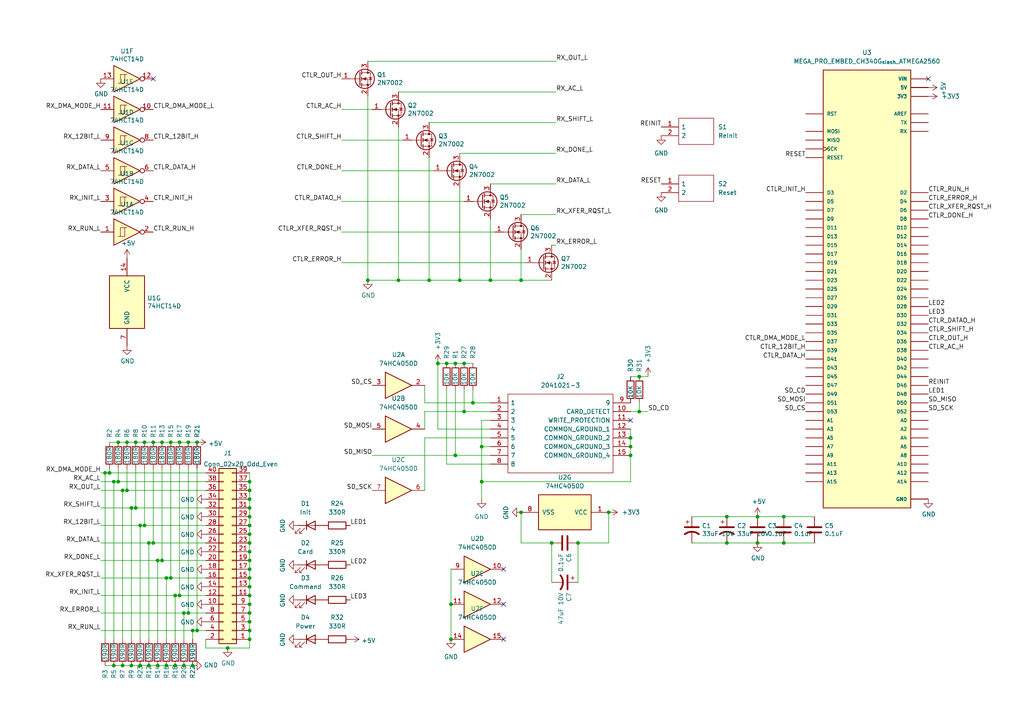
<source format=kicad_sch>
(kicad_sch (version 20211123) (generator eeschema)
  (paper "A4")
  (lib_symbols
    (symbol "2041021-3:2041021-3" (pin_names (offset 0.762))
      (property "Reference" "J" (at 36.83 7.62 0))
      (property "Value" "2041021-3" (at 36.83 5.08 0))
      (symbol "2041021-3_0_0"
        (pin passive line (at 0 0 0) (length 5.08) (name "1") (number "1"))
        (pin passive line (at 40.64 -2.54 180) (length 5.08) (name "CARD_DETECT") (number "10"))
        (pin passive line (at 40.64 -5.08 180) (length 5.08) (name "WRITE_PROTECTION") (number "11"))
        (pin passive line (at 40.64 -7.62 180) (length 5.08) (name "COMMON_GROUND_1") (number "12"))
        (pin passive line (at 40.64 -10.16 180) (length 5.08) (name "COMMON_GROUND_2") (number "13"))
        (pin passive line (at 40.64 -12.7 180) (length 5.08) (name "COMMON_GROUND_3") (number "14"))
        (pin passive line (at 40.64 -15.24 180) (length 5.08) (name "COMMON_GROUND_4") (number "15"))
        (pin passive line (at 0 -2.54 0) (length 5.08) (name "2") (number "2"))
        (pin passive line (at 0 -5.08 0) (length 5.08) (name "3") (number "3"))
        (pin passive line (at 0 -7.62 0) (length 5.08) (name "4") (number "4"))
        (pin passive line (at 0 -10.16 0) (length 5.08) (name "5") (number "5"))
        (pin passive line (at 0 -12.7 0) (length 5.08) (name "6") (number "6"))
        (pin passive line (at 0 -15.24 0) (length 5.08) (name "7") (number "7"))
        (pin passive line (at 0 -17.78 0) (length 5.08) (name "8") (number "8"))
        (pin passive line (at 40.64 0 180) (length 5.08) (name "9") (number "9"))
      )
    )
    (symbol "4xxx:4050" (pin_names (offset 1.016))
      (property "Reference" "U" (at 0 1.27 0))
      (property "Value" "4050" (at 0 -1.27 0))
      (symbol "4050_1_0"
        (pin output line (at 7.62 0 180) (length 3.81) (name "~") (number "2"))
        (pin input line (at -7.62 0 0) (length 3.81) (name "~") (number "3"))
      )
      (symbol "4050_2_0"
        (pin output line (at 7.62 0 180) (length 3.81) (name "~") (number "4"))
        (pin input line (at -7.62 0 0) (length 3.81) (name "~") (number "5"))
      )
      (symbol "4050_3_0"
        (pin output line (at 7.62 0 180) (length 3.81) (name "~") (number "6"))
        (pin input line (at -7.62 0 0) (length 3.81) (name "~") (number "7"))
      )
      (symbol "4050_4_0"
        (pin output line (at 7.62 0 180) (length 3.81) (name "~") (number "10"))
        (pin input line (at -7.62 0 0) (length 3.81) (name "~") (number "9"))
      )
      (symbol "4050_5_0"
        (pin input line (at -7.62 0 0) (length 3.81) (name "~") (number "11"))
        (pin output line (at 7.62 0 180) (length 3.81) (name "~") (number "12"))
      )
      (symbol "4050_6_0"
        (pin input line (at -7.62 0 0) (length 3.81) (name "~") (number "14"))
        (pin output line (at 7.62 0 180) (length 3.81) (name "~") (number "15"))
      )
      (symbol "4050_7_0"
        (pin power_in line (at 0 12.7 270) (length 5.08) (name "VCC") (number "1"))
        (pin power_in line (at 0 -12.7 90) (length 5.08) (name "VSS") (number "8"))
      )
    )
    (symbol "74xx:74HC14" (pin_names (offset 1.016))
      (property "Reference" "U" (at 0 1.27 0))
      (property "Value" "74HC14" (at 0 -1.27 0))
      (symbol "74HC14_1_0"
        (pin input line (at -7.62 0 0) (length 3.81) (name "~") (number "1"))
        (pin output inverted (at 7.62 0 180) (length 3.81) (name "~") (number "2"))
      )
      (symbol "74HC14_2_0"
        (pin input line (at -7.62 0 0) (length 3.81) (name "~") (number "3"))
        (pin output inverted (at 7.62 0 180) (length 3.81) (name "~") (number "4"))
      )
      (symbol "74HC14_3_0"
        (pin input line (at -7.62 0 0) (length 3.81) (name "~") (number "5"))
        (pin output inverted (at 7.62 0 180) (length 3.81) (name "~") (number "6"))
      )
      (symbol "74HC14_4_0"
        (pin output inverted (at 7.62 0 180) (length 3.81) (name "~") (number "8"))
        (pin input line (at -7.62 0 0) (length 3.81) (name "~") (number "9"))
      )
      (symbol "74HC14_5_0"
        (pin output inverted (at 7.62 0 180) (length 3.81) (name "~") (number "10"))
        (pin input line (at -7.62 0 0) (length 3.81) (name "~") (number "11"))
      )
      (symbol "74HC14_6_0"
        (pin output inverted (at 7.62 0 180) (length 3.81) (name "~") (number "12"))
        (pin input line (at -7.62 0 0) (length 3.81) (name "~") (number "13"))
      )
      (symbol "74HC14_7_0"
        (pin power_in line (at 0 12.7 270) (length 5.08) (name "VCC") (number "14"))
        (pin power_in line (at 0 -12.7 90) (length 5.08) (name "GND") (number "7"))
      )
    )
    (symbol "Connector_Generic:Conn_02x20_Odd_Even" (pin_names (offset 1.016) hide)
      (property "Reference" "J" (at 1.27 25.4 0))
      (property "Value" "Conn_02x20_Odd_Even" (at 1.27 -27.94 0))
      (symbol "Conn_02x20_Odd_Even_1_1"
        (pin passive line (at -5.08 22.86 0) (length 3.81) (name "Pin_1") (number "1"))
        (pin passive line (at 7.62 12.7 180) (length 3.81) (name "Pin_10") (number "10"))
        (pin passive line (at -5.08 10.16 0) (length 3.81) (name "Pin_11") (number "11"))
        (pin passive line (at 7.62 10.16 180) (length 3.81) (name "Pin_12") (number "12"))
        (pin passive line (at -5.08 7.62 0) (length 3.81) (name "Pin_13") (number "13"))
        (pin passive line (at 7.62 7.62 180) (length 3.81) (name "Pin_14") (number "14"))
        (pin passive line (at -5.08 5.08 0) (length 3.81) (name "Pin_15") (number "15"))
        (pin passive line (at 7.62 5.08 180) (length 3.81) (name "Pin_16") (number "16"))
        (pin passive line (at -5.08 2.54 0) (length 3.81) (name "Pin_17") (number "17"))
        (pin passive line (at 7.62 2.54 180) (length 3.81) (name "Pin_18") (number "18"))
        (pin passive line (at -5.08 0 0) (length 3.81) (name "Pin_19") (number "19"))
        (pin passive line (at 7.62 22.86 180) (length 3.81) (name "Pin_2") (number "2"))
        (pin passive line (at 7.62 0 180) (length 3.81) (name "Pin_20") (number "20"))
        (pin passive line (at -5.08 -2.54 0) (length 3.81) (name "Pin_21") (number "21"))
        (pin passive line (at 7.62 -2.54 180) (length 3.81) (name "Pin_22") (number "22"))
        (pin passive line (at -5.08 -5.08 0) (length 3.81) (name "Pin_23") (number "23"))
        (pin passive line (at 7.62 -5.08 180) (length 3.81) (name "Pin_24") (number "24"))
        (pin passive line (at -5.08 -7.62 0) (length 3.81) (name "Pin_25") (number "25"))
        (pin passive line (at 7.62 -7.62 180) (length 3.81) (name "Pin_26") (number "26"))
        (pin passive line (at -5.08 -10.16 0) (length 3.81) (name "Pin_27") (number "27"))
        (pin passive line (at 7.62 -10.16 180) (length 3.81) (name "Pin_28") (number "28"))
        (pin passive line (at -5.08 -12.7 0) (length 3.81) (name "Pin_29") (number "29"))
        (pin passive line (at -5.08 20.32 0) (length 3.81) (name "Pin_3") (number "3"))
        (pin passive line (at 7.62 -12.7 180) (length 3.81) (name "Pin_30") (number "30"))
        (pin passive line (at -5.08 -15.24 0) (length 3.81) (name "Pin_31") (number "31"))
        (pin passive line (at 7.62 -15.24 180) (length 3.81) (name "Pin_32") (number "32"))
        (pin passive line (at -5.08 -17.78 0) (length 3.81) (name "Pin_33") (number "33"))
        (pin passive line (at 7.62 -17.78 180) (length 3.81) (name "Pin_34") (number "34"))
        (pin passive line (at -5.08 -20.32 0) (length 3.81) (name "Pin_35") (number "35"))
        (pin passive line (at 7.62 -20.32 180) (length 3.81) (name "Pin_36") (number "36"))
        (pin passive line (at -5.08 -22.86 0) (length 3.81) (name "Pin_37") (number "37"))
        (pin passive line (at 7.62 -22.86 180) (length 3.81) (name "Pin_38") (number "38"))
        (pin passive line (at -5.08 -25.4 0) (length 3.81) (name "Pin_39") (number "39"))
        (pin passive line (at 7.62 20.32 180) (length 3.81) (name "Pin_4") (number "4"))
        (pin passive line (at 7.62 -25.4 180) (length 3.81) (name "Pin_40") (number "40"))
        (pin passive line (at -5.08 17.78 0) (length 3.81) (name "Pin_5") (number "5"))
        (pin passive line (at 7.62 17.78 180) (length 3.81) (name "Pin_6") (number "6"))
        (pin passive line (at -5.08 15.24 0) (length 3.81) (name "Pin_7") (number "7"))
        (pin passive line (at 7.62 15.24 180) (length 3.81) (name "Pin_8") (number "8"))
        (pin passive line (at -5.08 12.7 0) (length 3.81) (name "Pin_9") (number "9"))
      )
    )
    (symbol "Device:C" (pin_numbers hide) (pin_names (offset 0.254))
      (property "Reference" "C" (at 0.635 2.54 0))
      (property "Value" "C" (at 0.635 -2.54 0))
      (symbol "C_1_1"
        (pin passive line (at 0 3.81 270) (length 2.794) (name "~") (number "1"))
        (pin passive line (at 0 -3.81 90) (length 2.794) (name "~") (number "2"))
      )
    )
    (symbol "Device:LED" (pin_numbers hide) (pin_names (offset 1.016) hide)
      (property "Reference" "D" (at 0 2.54 0))
      (property "Value" "LED" (at 0 -2.54 0))
      (symbol "LED_1_1"
        (pin passive line (at -3.81 0 0) (length 2.54) (name "K") (number "1"))
        (pin passive line (at 3.81 0 180) (length 2.54) (name "A") (number "2"))
      )
    )
    (symbol "Device:R" (pin_numbers hide) (pin_names (offset 0))
      (property "Reference" "R" (at 2.032 0 90))
      (property "Value" "R" (at 0 0 90))
      (symbol "R_1_1"
        (pin passive line (at 0 3.81 270) (length 1.27) (name "~") (number "1"))
        (pin passive line (at 0 -3.81 90) (length 1.27) (name "~") (number "2"))
      )
    )
    (symbol "MEGA_PRO_EMBED_CH340G___ATMEGA2560:MEGA_PRO_EMBED_CH340G_{slash}_ATMEGA2560" (pin_numbers hide) (pin_names (offset 1.016))
      (property "Reference" "U" (at -12.7 63.5 0))
      (property "Value" "MEGA_PRO_EMBED_CH340G_{slash}_ATMEGA2560" (at -12.7 -66.04 0))
      (symbol "MEGA_PRO_EMBED_CH340G_{slash}_ATMEGA2560_0_0"
        (pin power_in line (at 17.78 55.88 180) (length 5.08) (name "3V3") (number "3V3_1"))
        (pin power_in line (at 17.78 55.88 180) (length 5.08) (name "3V3") (number "3V3_2"))
        (pin power_in line (at 17.78 58.42 180) (length 5.08) (name "5V") (number "5V_1"))
        (pin power_in line (at 17.78 58.42 180) (length 5.08) (name "5V") (number "5V_2"))
        (pin power_in line (at 17.78 58.42 180) (length 5.08) (name "5V") (number "5V_3"))
        (pin bidirectional line (at 17.78 -38.1 180) (length 5.08) (name "A0") (number "A0"))
        (pin bidirectional line (at -17.78 -38.1 0) (length 5.08) (name "A1") (number "A1"))
        (pin bidirectional line (at 17.78 -50.8 180) (length 5.08) (name "A10") (number "A10"))
        (pin bidirectional line (at -17.78 -50.8 0) (length 5.08) (name "A11") (number "A11"))
        (pin bidirectional line (at 17.78 -53.34 180) (length 5.08) (name "A12") (number "A12"))
        (pin bidirectional line (at -17.78 -53.34 0) (length 5.08) (name "A13") (number "A13"))
        (pin bidirectional line (at 17.78 -55.88 180) (length 5.08) (name "A14") (number "A14"))
        (pin bidirectional line (at -17.78 -55.88 0) (length 5.08) (name "A15") (number "A15"))
        (pin bidirectional line (at 17.78 -40.64 180) (length 5.08) (name "A2") (number "A2"))
        (pin bidirectional line (at -17.78 -40.64 0) (length 5.08) (name "A3") (number "A3"))
        (pin bidirectional line (at 17.78 -43.18 180) (length 5.08) (name "A4") (number "A4"))
        (pin bidirectional line (at -17.78 -43.18 0) (length 5.08) (name "A5") (number "A5"))
        (pin bidirectional line (at 17.78 -45.72 180) (length 5.08) (name "A6") (number "A6"))
        (pin bidirectional line (at -17.78 -45.72 0) (length 5.08) (name "A7") (number "A7"))
        (pin bidirectional line (at 17.78 -48.26 180) (length 5.08) (name "A8") (number "A8"))
        (pin bidirectional line (at -17.78 -48.26 0) (length 5.08) (name "A9") (number "A9"))
        (pin bidirectional line (at 17.78 50.8 180) (length 5.08) (name "AREF") (number "AREF"))
        (pin bidirectional line (at 17.78 17.78 180) (length 5.08) (name "D10") (number "D10"))
        (pin bidirectional line (at -17.78 17.78 0) (length 5.08) (name "D11") (number "D11"))
        (pin bidirectional line (at 17.78 15.24 180) (length 5.08) (name "D12") (number "D12"))
        (pin bidirectional line (at -17.78 15.24 0) (length 5.08) (name "D13") (number "D13"))
        (pin bidirectional line (at 17.78 12.7 180) (length 5.08) (name "D14") (number "D14"))
        (pin bidirectional line (at -17.78 12.7 0) (length 5.08) (name "D15") (number "D15"))
        (pin bidirectional line (at 17.78 10.16 180) (length 5.08) (name "D16") (number "D16"))
        (pin bidirectional line (at -17.78 10.16 0) (length 5.08) (name "D17") (number "D17"))
        (pin bidirectional line (at 17.78 7.62 180) (length 5.08) (name "D18") (number "D18"))
        (pin bidirectional line (at -17.78 7.62 0) (length 5.08) (name "D19") (number "D19"))
        (pin bidirectional line (at 17.78 27.94 180) (length 5.08) (name "D2") (number "D2"))
        (pin bidirectional line (at 17.78 5.08 180) (length 5.08) (name "D20") (number "D20"))
        (pin bidirectional line (at -17.78 5.08 0) (length 5.08) (name "D21") (number "D21"))
        (pin bidirectional line (at 17.78 2.54 180) (length 5.08) (name "D22") (number "D22"))
        (pin bidirectional line (at -17.78 2.54 0) (length 5.08) (name "D23") (number "D23"))
        (pin bidirectional line (at 17.78 0 180) (length 5.08) (name "D24") (number "D24"))
        (pin bidirectional line (at -17.78 0 0) (length 5.08) (name "D25") (number "D25"))
        (pin bidirectional line (at 17.78 -2.54 180) (length 5.08) (name "D26") (number "D26"))
        (pin bidirectional line (at -17.78 -2.54 0) (length 5.08) (name "D27") (number "D27"))
        (pin bidirectional line (at 17.78 -5.08 180) (length 5.08) (name "D28") (number "D28"))
        (pin bidirectional line (at -17.78 -5.08 0) (length 5.08) (name "D29") (number "D29"))
        (pin bidirectional line (at -17.78 27.94 0) (length 5.08) (name "D3") (number "D3"))
        (pin bidirectional line (at 17.78 -7.62 180) (length 5.08) (name "D30") (number "D30"))
        (pin bidirectional line (at -17.78 -7.62 0) (length 5.08) (name "D31") (number "D31"))
        (pin bidirectional line (at 17.78 -10.16 180) (length 5.08) (name "D32") (number "D32"))
        (pin bidirectional line (at -17.78 -10.16 0) (length 5.08) (name "D33") (number "D33"))
        (pin bidirectional line (at 17.78 -12.7 180) (length 5.08) (name "D34") (number "D34"))
        (pin bidirectional line (at -17.78 -12.7 0) (length 5.08) (name "D35") (number "D35"))
        (pin bidirectional line (at 17.78 -15.24 180) (length 5.08) (name "D36") (number "D36"))
        (pin bidirectional line (at -17.78 -15.24 0) (length 5.08) (name "D37") (number "D37"))
        (pin bidirectional line (at 17.78 -17.78 180) (length 5.08) (name "D38") (number "D38"))
        (pin bidirectional line (at -17.78 -17.78 0) (length 5.08) (name "D39") (number "D39"))
        (pin bidirectional line (at 17.78 25.4 180) (length 5.08) (name "D4") (number "D4"))
        (pin bidirectional line (at 17.78 -20.32 180) (length 5.08) (name "D40") (number "D40"))
        (pin bidirectional line (at -17.78 -20.32 0) (length 5.08) (name "D41") (number "D41"))
        (pin bidirectional line (at 17.78 -22.86 180) (length 5.08) (name "D42") (number "D42"))
        (pin bidirectional line (at -17.78 -22.86 0) (length 5.08) (name "D43") (number "D43"))
        (pin bidirectional line (at 17.78 -25.4 180) (length 5.08) (name "D44") (number "D44"))
        (pin bidirectional line (at -17.78 -25.4 0) (length 5.08) (name "D45") (number "D45"))
        (pin bidirectional line (at 17.78 -27.94 180) (length 5.08) (name "D46") (number "D46"))
        (pin bidirectional line (at -17.78 -27.94 0) (length 5.08) (name "D47") (number "D47"))
        (pin bidirectional line (at 17.78 -30.48 180) (length 5.08) (name "D48") (number "D48"))
        (pin bidirectional line (at -17.78 -30.48 0) (length 5.08) (name "D49") (number "D49"))
        (pin bidirectional line (at -17.78 25.4 0) (length 5.08) (name "D5") (number "D5"))
        (pin bidirectional line (at 17.78 -33.02 180) (length 5.08) (name "D50") (number "D50"))
        (pin bidirectional line (at -17.78 -33.02 0) (length 5.08) (name "D51") (number "D51"))
        (pin bidirectional line (at 17.78 -35.56 180) (length 5.08) (name "D52") (number "D52"))
        (pin bidirectional line (at -17.78 -35.56 0) (length 5.08) (name "D53") (number "D53"))
        (pin bidirectional line (at 17.78 22.86 180) (length 5.08) (name "D6") (number "D6"))
        (pin bidirectional line (at -17.78 22.86 0) (length 5.08) (name "D7") (number "D7"))
        (pin bidirectional line (at 17.78 20.32 180) (length 5.08) (name "D8") (number "D8"))
        (pin bidirectional line (at -17.78 20.32 0) (length 5.08) (name "D9") (number "D9"))
        (pin power_in line (at 17.78 -60.96 180) (length 5.08) (name "GND") (number "GND_1"))
        (pin power_in line (at 17.78 -60.96 180) (length 5.08) (name "GND") (number "GND_2"))
        (pin power_in line (at 17.78 -60.96 180) (length 5.08) (name "GND") (number "GND_3"))
        (pin bidirectional line (at -17.78 43.18 0) (length 5.08) (name "MISO") (number "MISO"))
        (pin bidirectional line (at -17.78 45.72 0) (length 5.08) (name "MOSI") (number "MOSI"))
        (pin input line (at -17.78 38.1 0) (length 5.08) (name "RESET") (number "RESET"))
        (pin input line (at -17.78 50.8 0) (length 5.08) (name "RST") (number "RST"))
        (pin input line (at 17.78 45.72 180) (length 5.08) (name "RX") (number "RX"))
        (pin bidirectional clock (at -17.78 40.64 0) (length 5.08) (name "SCK") (number "SCK"))
        (pin output line (at 17.78 48.26 180) (length 5.08) (name "TX") (number "TX"))
        (pin output line (at 17.78 60.96 180) (length 5.08) (name "VIN") (number "VIN_1"))
        (pin output line (at 17.78 60.96 180) (length 5.08) (name "VIN") (number "VIN_2"))
      )
    )
    (symbol "SKRKAEE020:SKRKAEE020" (pin_names (offset 0.762))
      (property "Reference" "S" (at 16.51 7.62 0))
      (property "Value" "SKRKAEE020" (at 16.51 5.08 0))
      (symbol "SKRKAEE020_0_0"
        (pin passive line (at 0 0 0) (length 5.08) (name "1") (number "1"))
        (pin passive line (at 0 -2.54 0) (length 5.08) (name "2") (number "2"))
      )
    )
    (symbol "Transistor_FET:2N7002" (pin_names hide)
      (property "Reference" "Q" (at 5.08 1.905 0))
      (property "Value" "2N7002" (at 5.08 0 0))
      (symbol "2N7002_1_1"
        (pin input line (at -5.08 0 0) (length 2.54) (name "G") (number "1"))
        (pin passive line (at 2.54 -5.08 90) (length 2.54) (name "S") (number "2"))
        (pin passive line (at 2.54 5.08 270) (length 2.54) (name "D") (number "3"))
      )
    )
    (symbol "power:+3.3V" (power) (pin_names (offset 0))
      (property "Value" "+3.3V" (at 0 3.556 0))
      (symbol "+3.3V_1_1"
        (pin power_in line (at 0 0 90) (length 0) hide (name "+3V3") (number "1"))
      )
    )
    (symbol "power:+5V" (power) (pin_names (offset 0))
      (property "Value" "+5V" (at 0 3.556 0))
      (symbol "+5V_1_1"
        (pin power_in line (at 0 0 90) (length 0) hide (name "+5V") (number "1"))
      )
    )
    (symbol "power:GND" (power) (pin_names (offset 0))
      (property "Value" "GND" (at 0 -3.81 0))
      (symbol "GND_1_1"
        (pin power_in line (at 0 0 270) (length 0) hide (name "GND") (number "1"))
      )
    )
    (symbol "rx02-emulator-mega-shield-rescue:CP1-Device" (pin_numbers hide) (pin_names (offset 0.254) hide)
      (property "Reference" "C" (at 0.635 2.54 0))
      (property "Value" "CP1-Device" (at 0.635 -2.54 0))
      (symbol "CP1-Device_1_1"
        (pin passive line (at 0 3.81 270) (length 2.794) (name "~") (number "1"))
        (pin passive line (at 0 -3.81 90) (length 3.302) (name "~") (number "2"))
      )
    )
  )
  (junction (at 33.02 139.7))
  (junction (at 72.39 180.34))
  (junction (at 66.04 187.96))
  (junction (at 36.83 128.27))
  (junction (at 72.39 152.4))
  (junction (at 40.64 152.4))
  (junction (at 52.07 128.27))
  (junction (at 54.61 177.8))
  (junction (at 72.39 175.26))
  (junction (at 124.46 81.28))
  (junction (at 45.72 193.04))
  (junction (at 50.8 193.04))
  (junction (at 210.82 149.86))
  (junction (at 130.81 185.42))
  (junction (at 48.26 167.64))
  (junction (at 182.88 127))
  (junction (at 72.39 139.7))
  (junction (at 38.1 193.04))
  (junction (at 151.13 148.59))
  (junction (at 72.39 142.24))
  (junction (at 182.88 132.08))
  (junction (at 33.02 193.04))
  (junction (at 139.7 129.54))
  (junction (at 34.29 139.7))
  (junction (at 36.83 142.24))
  (junction (at 43.18 157.48))
  (junction (at 160.02 157.48))
  (junction (at 31.75 137.16))
  (junction (at 227.33 157.48))
  (junction (at 134.62 119.38))
  (junction (at 50.8 172.72))
  (junction (at 39.37 128.27))
  (junction (at 72.39 177.8))
  (junction (at 44.45 128.27))
  (junction (at 129.54 105.41))
  (junction (at 134.62 105.41))
  (junction (at 182.88 129.54))
  (junction (at 46.99 128.27))
  (junction (at 72.39 147.32))
  (junction (at 49.53 167.64))
  (junction (at 52.07 172.72))
  (junction (at 72.39 185.42))
  (junction (at 151.13 81.28))
  (junction (at 45.72 162.56))
  (junction (at 72.39 167.64))
  (junction (at 57.15 128.27))
  (junction (at 49.53 128.27))
  (junction (at 30.48 137.16))
  (junction (at 185.42 119.38))
  (junction (at 115.57 81.28))
  (junction (at 43.18 193.04))
  (junction (at 210.82 157.48))
  (junction (at 55.88 182.88))
  (junction (at 219.71 149.86))
  (junction (at 72.39 172.72))
  (junction (at 35.56 142.24))
  (junction (at 46.99 162.56))
  (junction (at 44.45 157.48))
  (junction (at 72.39 162.56))
  (junction (at 55.88 193.04))
  (junction (at 72.39 165.1))
  (junction (at 137.16 116.84))
  (junction (at 48.26 193.04))
  (junction (at 219.71 157.48))
  (junction (at 142.24 81.28))
  (junction (at 127 105.41))
  (junction (at 39.37 147.32))
  (junction (at 139.7 139.7))
  (junction (at 41.91 152.4))
  (junction (at 57.15 182.88))
  (junction (at 106.68 81.28))
  (junction (at 130.81 175.26))
  (junction (at 132.08 132.08))
  (junction (at 72.39 170.18))
  (junction (at 72.39 160.02))
  (junction (at 34.29 128.27))
  (junction (at 227.33 149.86))
  (junction (at 132.08 105.41))
  (junction (at 185.42 109.22))
  (junction (at 35.56 193.04))
  (junction (at 72.39 182.88))
  (junction (at 133.35 81.28))
  (junction (at 54.61 128.27))
  (junction (at 167.64 157.48))
  (junction (at 40.64 193.04))
  (junction (at 53.34 177.8))
  (junction (at 72.39 149.86))
  (junction (at 72.39 157.48))
  (junction (at 72.39 154.94))
  (junction (at 38.1 147.32))
  (junction (at 53.34 193.04))
  (junction (at 72.39 144.78))
  (junction (at 176.53 148.59))
  (junction (at 41.91 128.27))
  (no_connect (at 44.45 22.86))
  (no_connect (at 269.24 22.86))
  (no_connect (at 146.05 175.26))
  (no_connect (at 146.05 185.42))
  (no_connect (at 146.05 165.1))
  (no_connect (at 182.88 121.92))
  (wire (pts (xy 29.21 172.72) (xy 50.8 172.72)))
  (wire (pts (xy 142.24 119.38) (xy 134.62 119.38)))
  (wire (pts (xy 59.69 152.4) (xy 41.91 152.4)))
  (wire (pts (xy 38.1 147.32) (xy 29.21 147.32)))
  (wire (pts (xy 132.08 105.41) (xy 129.54 105.41)))
  (wire (pts (xy 160.02 81.28) (xy 151.13 81.28)))
  (wire (pts (xy 127 105.41) (xy 129.54 105.41)))
  (wire (pts (xy 36.83 142.24) (xy 35.56 142.24)))
  (wire (pts (xy 182.88 127) (xy 182.88 129.54)))
  (wire (pts (xy 54.61 177.8) (xy 59.69 177.8)))
  (wire (pts (xy 72.39 162.56) (xy 72.39 165.1)))
  (wire (pts (xy 227.33 149.86) (xy 236.22 149.86)))
  (wire (pts (xy 142.24 81.28) (xy 133.35 81.28)))
  (wire (pts (xy 185.42 109.22) (xy 187.96 109.22)))
  (wire (pts (xy 50.8 172.72) (xy 52.07 172.72)))
  (wire (pts (xy 124.46 35.56) (xy 161.29 35.56)))
  (wire (pts (xy 41.91 135.89) (xy 41.91 152.4)))
  (wire (pts (xy 59.69 147.32) (xy 39.37 147.32)))
  (wire (pts (xy 54.61 135.89) (xy 54.61 177.8)))
  (wire (pts (xy 72.39 154.94) (xy 72.39 157.48)))
  (wire (pts (xy 72.39 157.48) (xy 72.39 160.02)))
  (wire (pts (xy 72.39 187.96) (xy 66.04 187.96)))
  (wire (pts (xy 123.19 127) (xy 123.19 142.24)))
  (wire (pts (xy 142.24 116.84) (xy 137.16 116.84)))
  (wire (pts (xy 53.34 185.42) (xy 53.34 177.8)))
  (wire (pts (xy 35.56 193.04) (xy 38.1 193.04)))
  (wire (pts (xy 46.99 135.89) (xy 46.99 162.56)))
  (wire (pts (xy 151.13 72.39) (xy 151.13 81.28)))
  (wire (pts (xy 139.7 139.7) (xy 139.7 144.78)))
  (wire (pts (xy 43.18 157.48) (xy 44.45 157.48)))
  (wire (pts (xy 40.64 185.42) (xy 40.64 152.4)))
  (wire (pts (xy 125.73 49.53) (xy 99.06 49.53)))
  (wire (pts (xy 35.56 185.42) (xy 35.56 142.24)))
  (wire (pts (xy 185.42 119.38) (xy 187.96 119.38)))
  (wire (pts (xy 38.1 185.42) (xy 38.1 147.32)))
  (wire (pts (xy 52.07 135.89) (xy 52.07 172.72)))
  (wire (pts (xy 44.45 157.48) (xy 59.69 157.48)))
  (wire (pts (xy 33.02 139.7) (xy 29.21 139.7)))
  (wire (pts (xy 50.8 185.42) (xy 50.8 172.72)))
  (wire (pts (xy 34.29 135.89) (xy 34.29 139.7)))
  (wire (pts (xy 29.21 162.56) (xy 45.72 162.56)))
  (wire (pts (xy 127 124.46) (xy 127 105.41)))
  (wire (pts (xy 30.48 137.16) (xy 29.21 137.16)))
  (wire (pts (xy 151.13 148.59) (xy 151.13 157.48)))
  (wire (pts (xy 55.88 185.42) (xy 55.88 182.88)))
  (wire (pts (xy 30.48 185.42) (xy 30.48 137.16)))
  (wire (pts (xy 46.99 162.56) (xy 59.69 162.56)))
  (wire (pts (xy 151.13 81.28) (xy 142.24 81.28)))
  (wire (pts (xy 44.45 135.89) (xy 44.45 157.48)))
  (wire (pts (xy 130.81 175.26) (xy 130.81 185.42)))
  (wire (pts (xy 52.07 128.27) (xy 54.61 128.27)))
  (wire (pts (xy 137.16 116.84) (xy 137.16 113.03)))
  (wire (pts (xy 123.19 116.84) (xy 123.19 111.76)))
  (wire (pts (xy 72.39 160.02) (xy 72.39 162.56)))
  (wire (pts (xy 160.02 71.12) (xy 161.29 71.12)))
  (wire (pts (xy 40.64 152.4) (xy 29.21 152.4)))
  (wire (pts (xy 34.29 128.27) (xy 36.83 128.27)))
  (wire (pts (xy 72.39 142.24) (xy 72.39 144.78)))
  (wire (pts (xy 167.64 157.48) (xy 167.64 168.91)))
  (wire (pts (xy 59.69 139.7) (xy 34.29 139.7)))
  (wire (pts (xy 116.84 40.64) (xy 99.06 40.64)))
  (wire (pts (xy 59.69 137.16) (xy 31.75 137.16)))
  (wire (pts (xy 55.88 182.88) (xy 57.15 182.88)))
  (wire (pts (xy 33.02 193.04) (xy 35.56 193.04)))
  (wire (pts (xy 185.42 109.22) (xy 182.88 109.22)))
  (wire (pts (xy 142.24 53.34) (xy 161.29 53.34)))
  (wire (pts (xy 139.7 129.54) (xy 139.7 121.92)))
  (wire (pts (xy 46.99 128.27) (xy 49.53 128.27)))
  (wire (pts (xy 72.39 165.1) (xy 72.39 167.64)))
  (wire (pts (xy 72.39 152.4) (xy 72.39 154.94)))
  (wire (pts (xy 176.53 148.59) (xy 176.53 157.48)))
  (wire (pts (xy 45.72 162.56) (xy 46.99 162.56)))
  (wire (pts (xy 39.37 135.89) (xy 39.37 147.32)))
  (wire (pts (xy 29.21 157.48) (xy 43.18 157.48)))
  (wire (pts (xy 31.75 135.89) (xy 31.75 137.16)))
  (wire (pts (xy 142.24 63.5) (xy 142.24 81.28)))
  (wire (pts (xy 143.51 67.31) (xy 99.06 67.31)))
  (wire (pts (xy 29.21 182.88) (xy 55.88 182.88)))
  (wire (pts (xy 200.66 149.86) (xy 210.82 149.86)))
  (wire (pts (xy 115.57 26.67) (xy 161.29 26.67)))
  (wire (pts (xy 66.04 187.96) (xy 59.69 187.96)))
  (wire (pts (xy 31.75 137.16) (xy 30.48 137.16)))
  (wire (pts (xy 139.7 139.7) (xy 139.7 129.54)))
  (wire (pts (xy 182.88 139.7) (xy 139.7 139.7)))
  (wire (pts (xy 38.1 193.04) (xy 40.64 193.04)))
  (wire (pts (xy 59.69 185.42) (xy 59.69 187.96)))
  (wire (pts (xy 72.39 180.34) (xy 72.39 182.88)))
  (wire (pts (xy 227.33 157.48) (xy 236.22 157.48)))
  (wire (pts (xy 219.71 149.86) (xy 227.33 149.86)))
  (wire (pts (xy 219.71 157.48) (xy 227.33 157.48)))
  (wire (pts (xy 72.39 170.18) (xy 72.39 172.72)))
  (wire (pts (xy 31.75 128.27) (xy 34.29 128.27)))
  (wire (pts (xy 30.48 193.04) (xy 33.02 193.04)))
  (wire (pts (xy 48.26 167.64) (xy 49.53 167.64)))
  (wire (pts (xy 49.53 135.89) (xy 49.53 167.64)))
  (wire (pts (xy 124.46 45.72) (xy 124.46 81.28)))
  (wire (pts (xy 130.81 165.1) (xy 130.81 175.26)))
  (wire (pts (xy 134.62 119.38) (xy 123.19 119.38)))
  (wire (pts (xy 210.82 149.86) (xy 219.71 149.86)))
  (wire (pts (xy 185.42 119.38) (xy 185.42 116.84)))
  (wire (pts (xy 182.88 129.54) (xy 182.88 132.08)))
  (wire (pts (xy 133.35 44.45) (xy 161.29 44.45)))
  (wire (pts (xy 29.21 177.8) (xy 53.34 177.8)))
  (wire (pts (xy 176.53 157.48) (xy 167.64 157.48)))
  (wire (pts (xy 133.35 81.28) (xy 124.46 81.28)))
  (wire (pts (xy 182.88 132.08) (xy 182.88 139.7)))
  (wire (pts (xy 39.37 128.27) (xy 41.91 128.27)))
  (wire (pts (xy 41.91 128.27) (xy 44.45 128.27)))
  (wire (pts (xy 36.83 128.27) (xy 39.37 128.27)))
  (wire (pts (xy 49.53 128.27) (xy 52.07 128.27)))
  (wire (pts (xy 72.39 182.88) (xy 72.39 185.42)))
  (wire (pts (xy 54.61 128.27) (xy 57.15 128.27)))
  (wire (pts (xy 53.34 193.04) (xy 55.88 193.04)))
  (wire (pts (xy 72.39 147.32) (xy 72.39 149.86)))
  (wire (pts (xy 139.7 121.92) (xy 142.24 121.92)))
  (wire (pts (xy 33.02 185.42) (xy 33.02 139.7)))
  (wire (pts (xy 44.45 128.27) (xy 46.99 128.27)))
  (wire (pts (xy 160.02 157.48) (xy 160.02 168.91)))
  (wire (pts (xy 123.19 119.38) (xy 123.19 124.46)))
  (wire (pts (xy 133.35 54.61) (xy 133.35 81.28)))
  (wire (pts (xy 52.07 172.72) (xy 59.69 172.72)))
  (wire (pts (xy 48.26 185.42) (xy 48.26 167.64)))
  (wire (pts (xy 36.83 135.89) (xy 36.83 142.24)))
  (wire (pts (xy 124.46 81.28) (xy 115.57 81.28)))
  (wire (pts (xy 132.08 113.03) (xy 132.08 132.08)))
  (wire (pts (xy 45.72 193.04) (xy 48.26 193.04)))
  (wire (pts (xy 72.39 137.16) (xy 72.39 139.7)))
  (wire (pts (xy 152.4 76.2) (xy 99.06 76.2)))
  (wire (pts (xy 137.16 116.84) (xy 123.19 116.84)))
  (wire (pts (xy 182.88 124.46) (xy 182.88 127)))
  (wire (pts (xy 106.68 17.78) (xy 161.29 17.78)))
  (wire (pts (xy 200.66 157.48) (xy 210.82 157.48)))
  (wire (pts (xy 49.53 167.64) (xy 59.69 167.64)))
  (wire (pts (xy 40.64 193.04) (xy 43.18 193.04)))
  (wire (pts (xy 50.8 193.04) (xy 53.34 193.04)))
  (wire (pts (xy 43.18 185.42) (xy 43.18 157.48)))
  (wire (pts (xy 34.29 139.7) (xy 33.02 139.7)))
  (wire (pts (xy 107.95 132.08) (xy 132.08 132.08)))
  (wire (pts (xy 72.39 177.8) (xy 72.39 180.34)))
  (wire (pts (xy 134.62 58.42) (xy 99.06 58.42)))
  (wire (pts (xy 72.39 144.78) (xy 72.39 147.32)))
  (wire (pts (xy 72.39 149.86) (xy 72.39 152.4)))
  (wire (pts (xy 115.57 36.83) (xy 115.57 81.28)))
  (wire (pts (xy 132.08 132.08) (xy 142.24 132.08)))
  (wire (pts (xy 59.69 142.24) (xy 36.83 142.24)))
  (wire (pts (xy 29.21 167.64) (xy 48.26 167.64)))
  (wire (pts (xy 72.39 172.72) (xy 72.39 175.26)))
  (wire (pts (xy 142.24 127) (xy 123.19 127)))
  (wire (pts (xy 129.54 113.03) (xy 129.54 134.62)))
  (wire (pts (xy 151.13 62.23) (xy 161.29 62.23)))
  (wire (pts (xy 45.72 185.42) (xy 45.72 162.56)))
  (wire (pts (xy 53.34 177.8) (xy 54.61 177.8)))
  (wire (pts (xy 142.24 124.46) (xy 127 124.46)))
  (wire (pts (xy 72.39 167.64) (xy 72.39 170.18)))
  (wire (pts (xy 151.13 157.48) (xy 160.02 157.48)))
  (wire (pts (xy 41.91 152.4) (xy 40.64 152.4)))
  (wire (pts (xy 134.62 119.38) (xy 134.62 113.03)))
  (wire (pts (xy 115.57 81.28) (xy 106.68 81.28)))
  (wire (pts (xy 43.18 193.04) (xy 45.72 193.04)))
  (wire (pts (xy 48.26 193.04) (xy 50.8 193.04)))
  (wire (pts (xy 139.7 129.54) (xy 142.24 129.54)))
  (wire (pts (xy 134.62 105.41) (xy 132.08 105.41)))
  (wire (pts (xy 57.15 182.88) (xy 59.69 182.88)))
  (wire (pts (xy 210.82 157.48) (xy 219.71 157.48)))
  (wire (pts (xy 129.54 134.62) (xy 142.24 134.62)))
  (wire (pts (xy 35.56 142.24) (xy 29.21 142.24)))
  (wire (pts (xy 72.39 185.42) (xy 72.39 187.96)))
  (wire (pts (xy 72.39 175.26) (xy 72.39 177.8)))
  (wire (pts (xy 72.39 139.7) (xy 72.39 142.24)))
  (wire (pts (xy 106.68 81.28) (xy 106.68 27.94)))
  (wire (pts (xy 107.95 31.75) (xy 99.06 31.75)))
  (wire (pts (xy 57.15 135.89) (xy 57.15 182.88)))
  (wire (pts (xy 137.16 105.41) (xy 134.62 105.41)))
  (wire (pts (xy 182.88 119.38) (xy 185.42 119.38)))
  (wire (pts (xy 39.37 147.32) (xy 38.1 147.32)))
  (label "RESET" (at 233.68 45.72 180))
  (label "RX_XFER_RQST_L" (at 161.29 62.23 0))
  (label "RX_DATA_L" (at 29.21 49.53 180))
  (label "RX_SHIFT_L" (at 161.29 35.56 0))
  (label "REINIT" (at 191.77 36.83 180))
  (label "SD_SCK" (at 107.95 142.24 180))
  (label "RX_RUN_L" (at 29.21 67.31 180))
  (label "CTLR_DMA_MODE_L" (at 233.68 99.06 180))
  (label "CTLR_ERROR_H" (at 99.06 76.2 180))
  (label "RX_AC_L" (at 161.29 26.67 0))
  (label "CTLR_SHIFT_H" (at 269.24 96.52 0))
  (label "RX_OUT_L" (at 29.21 142.24 180))
  (label "RX_DATA_L" (at 29.21 157.48 180))
  (label "SD_MOSI" (at 107.95 124.46 180))
  (label "RX_ERROR_L" (at 161.29 71.12 0))
  (label "RX_SHIFT_L" (at 29.21 147.32 180))
  (label "CTLR_DATA_H" (at 233.68 104.14 180))
  (label "CTLR_DMA_MODE_L" (at 44.45 31.75 0))
  (label "LED3" (at 101.6 173.99 0))
  (label "CTLR_INIT_H" (at 233.68 55.88 180))
  (label "SD_MOSI" (at 233.68 116.84 180))
  (label "RX_OUT_L" (at 161.29 17.78 0))
  (label "SD_CD" (at 233.68 114.3 180))
  (label "RX_INIT_L" (at 29.21 172.72 180))
  (label "RX_12BIT_L" (at 29.21 152.4 180))
  (label "CTLR_RUN_H" (at 44.45 67.31 0))
  (label "CTLR_DATA_H" (at 44.45 49.53 0))
  (label "LED2" (at 101.6 163.83 0))
  (label "RX_AC_L" (at 29.21 139.7 180))
  (label "CTLR_AC_H" (at 269.24 101.6 0))
  (label "CTLR_XFER_RQST_H" (at 99.06 67.31 180))
  (label "CTLR_DONE_H" (at 99.06 49.53 180))
  (label "CTLR_AC_H" (at 99.06 31.75 180))
  (label "CTLR_12BIT_H" (at 44.45 40.64 0))
  (label "CTLR_12BIT_H" (at 233.68 101.6 180))
  (label "SD_SCK" (at 269.24 119.38 0))
  (label "SD_MISO" (at 107.95 132.08 180))
  (label "CTLR_OUT_H" (at 99.06 22.86 180))
  (label "CTLR_DONE_H" (at 269.24 63.5 0))
  (label "RESET" (at 191.77 53.34 180))
  (label "RX_XFER_RQST_L" (at 29.21 167.64 180))
  (label "CTLR_RUN_H" (at 269.24 55.88 0))
  (label "LED1" (at 101.6 152.4 0))
  (label "RX_DMA_MODE_H" (at 29.21 31.75 180))
  (label "CTLR_DATAO_H" (at 269.24 93.98 0))
  (label "CTLR_OUT_H" (at 269.24 99.06 0))
  (label "RX_12BIT_L" (at 29.21 40.64 180))
  (label "SD_CS" (at 233.68 119.38 180))
  (label "RX_DMA_MODE_H" (at 29.21 137.16 180))
  (label "RX_INIT_L" (at 29.21 58.42 180))
  (label "LED1" (at 269.24 114.3 0))
  (label "RX_ERROR_L" (at 29.21 177.8 180))
  (label "SD_CD" (at 187.96 119.38 0))
  (label "RX_DONE_L" (at 29.21 162.56 180))
  (label "LED2" (at 269.24 88.9 0))
  (label "CTLR_INIT_H" (at 44.45 58.42 0))
  (label "CTLR_ERROR_H" (at 269.24 58.42 0))
  (label "RX_DATA_L" (at 161.29 53.34 0))
  (label "SD_CS" (at 107.95 111.76 180))
  (label "CTLR_SHIFT_H" (at 99.06 40.64 180))
  (label "LED3" (at 269.24 91.44 0))
  (label "SD_MISO" (at 269.24 116.84 0))
  (label "CTLR_DATAO_H" (at 99.06 58.42 180))
  (label "RX_DONE_L" (at 161.29 44.45 0))
  (label "CTLR_XFER_RQST_H" (at 269.24 60.96 0))
  (label "RX_RUN_L" (at 29.21 182.88 180))
  (label "REINIT" (at 269.24 111.76 0))
  (symbol (lib_id "Device:R") (at 38.1 189.23 0) (unit 1)
    (property "Reference" "R9" (at 38.1 196.85 90) (effects (justify left)))
    (property "Value" "390R" (at 38.1 191.77 90) (effects (justify left)))
    (property "Footprint" "Resistor_SMD:R_0805_2012Metric_Pad1.20x1.40mm_HandSolder" (effects hide))
  )
  (symbol (lib_id "MEGA_PRO_EMBED_CH340G___ATMEGA2560:MEGA_PRO_EMBED_CH340G_{slash}_ATMEGA2560") (at 251.46 83.82 0) (unit 1)
    (property "Reference" "U3" (at 251.46 15.24 0))
    (property "Value" "MEGA_PRO_EMBED_CH340G_{slash}_ATMEGA2560" (at 251.46 17.78 0))
    (property "Footprint" "SnapEDA Library:MODULE_MEGA_PRO_EMBED_CH340G___ATMEGA2560" (effects hide))
    (property "PARTREV" "12/May/2017" (effects hide))
    (property "STANDARD" "Manufacturer Recommendations" (effects hide))
    (property "MANUFACTURER" "Robotdyn" (effects hide))
  )
  (symbol (lib_id "2041021-3:2041021-3") (at 142.24 116.84 0) (unit 1)
    (property "Reference" "J2" (at 162.56 109.22 0))
    (property "Value" "2041021-3" (at 162.56 111.76 0))
    (property "Footprint" "TE SD Card 2041021-3:2041021-3_2" (effects hide))
    (property "Datasheet" "https://datasheet.datasheetarchive.com/originals/distributors/Datasheets_SAMA/4f8a8c1ba78c9bcb73e0b5e044406a5e.pdf" (effects hide))
    (property "Description" "SD card connector, SMT, push-pull SD card connector, SMT, push-pull" (effects hide))
    (property "Manufacturer_Name" "TE Connectivity" (effects hide))
    (property "Manufacturer_Part_Number" "2041021-3" (effects hide))
    (property "Mouser Part Number" "571-2041021-3" (effects hide))
    (property "Mouser Price/Stock" "https://www.mouser.co.uk/ProductDetail/TE-Connectivity/2041021-3?qs=TL6PIybY3BOH1TNXQsmliA%3D%3D" (effects hide))
    (property "Arrow Part Number" "2041021-3" (effects hide))
    (property "Arrow Price/Stock" "https://www.arrow.com/en/products/2041021-3/te-connectivity" (effects hide))
  )
  (symbol (lib_id "power:GND") (at 55.88 193.04 90) (unit 1)
    (property "Reference" "#PWR05" (effects hide))
    (property "Value" "GND" (at 59.1312 192.913 90) (effects (justify right)))
  )
  (symbol (lib_id "Device:R") (at 34.29 132.08 0) (unit 1)
    (property "Reference" "R4" (at 34.29 127 90) (effects (justify left)))
    (property "Value" "180R" (at 34.29 134.62 90) (effects (justify left)))
    (property "Footprint" "Resistor_SMD:R_0805_2012Metric_Pad1.20x1.40mm_HandSolder" (effects hide))
  )
  (symbol (lib_id "power:GND") (at 86.36 185.42 270) (unit 1)
    (property "Reference" "#PWR028" (effects hide))
    (property "Value" "GND" (at 81.9658 185.547 0))
  )
  (symbol (lib_id "Device:LED") (at 90.17 173.99 0) (unit 1)
    (property "Reference" "D3" (at 88.5825 167.64 0))
    (property "Value" "Command" (at 88.5825 170.18 0))
    (property "Footprint" "LED_THT:LED_D3.0mm" (effects hide))
  )
  (symbol (lib_id "Device:LED") (at 90.17 163.83 0) (unit 1)
    (property "Reference" "D2" (at 88.5825 157.48 0))
    (property "Value" "Card" (at 88.5825 160.02 0))
    (property "Footprint" "LED_THT:LED_D3.0mm" (effects hide))
  )
  (symbol (lib_id "Device:R") (at 30.48 189.23 0) (unit 1)
    (property "Reference" "R3" (at 30.48 196.85 90) (effects (justify left)))
    (property "Value" "390R" (at 30.48 191.77 90) (effects (justify left)))
    (property "Footprint" "Resistor_SMD:R_0805_2012Metric_Pad1.20x1.40mm_HandSolder" (effects hide))
  )
  (symbol (lib_id "Device:C") (at 219.71 153.67 0) (unit 1)
    (property "Reference" "C3" (at 222.631 152.5016 0) (effects (justify left)))
    (property "Value" "0.1uF" (at 222.631 154.813 0) (effects (justify left)))
    (property "Footprint" "Capacitor_SMD:C_0805_2012Metric_Pad1.18x1.45mm_HandSolder" (effects hide))
  )
  (symbol (lib_id "Device:R") (at 97.79 173.99 90) (unit 1)
    (property "Reference" "R26" (at 97.79 167.64 90))
    (property "Value" "330R" (at 97.79 170.18 90))
    (property "Footprint" "Resistor_SMD:R_0805_2012Metric_Pad1.20x1.40mm_HandSolder" (effects hide))
  )
  (symbol (lib_id "power:+3.3V") (at 187.96 109.22 0) (unit 1)
    (property "Reference" "#PWR01" (effects hide))
    (property "Value" "+3.3V" (at 187.9601 105.41 90) (effects (justify left)))
  )
  (symbol (lib_id "SKRKAEE020:SKRKAEE020") (at 191.77 36.83 0) (unit 1)
    (property "Reference" "S1" (at 208.28 36.8299 0) (effects (justify left)))
    (property "Value" "ReInit" (at 208.28 39.3699 0) (effects (justify left)))
    (property "Footprint" "Button_Switch_SMD:SW_Push_SPST_NO_Alps_SKRK" (effects hide))
    (property "Datasheet" "http://www.alps.com/prod/info/J/HTML/Tact/SurfaceMount/SKRK/SKRKAEE020.html" (effects hide))
    (property "Description" "Tactile Switches 3.9x2.9x2.0mm 160gf Packaging Temp 80oC" (effects hide))
    (property "Height" "2" (effects hide))
    (property "Manufacturer_Name" "ALPS Electric" (effects hide))
    (property "Manufacturer_Part_Number" "SKRKAEE020" (effects hide))
    (property "Mouser Part Number" "688-SKRKAEE020" (effects hide))
    (property "Mouser Price/Stock" "https://www.mouser.co.uk/ProductDetail/Alps-Alpine/SKRKAEE020?qs=MrosSN5%252BUQW89XjXIp8Ugw%3D%3D" (effects hide))
  )
  (symbol (lib_id "power:+5V") (at 269.24 25.4 270) (unit 1)
    (property "Reference" "#PWR025" (effects hide))
    (property "Value" "+5V" (at 273.6342 25.781 0))
  )
  (symbol (lib_id "rx02-emulator-mega-shield-rescue:CP1-Device") (at 200.66 153.67 0) (unit 1)
    (property "Reference" "C1" (at 203.581 152.5016 0) (effects (justify left)))
    (property "Value" "33uF 10V" (at 203.581 154.813 0) (effects (justify left)))
    (property "Footprint" "Capacitor_SMD:CP_Elec_5x5.8" (effects hide))
  )
  (symbol (lib_id "power:GND") (at 59.69 170.18 270) (unit 1)
    (property "Reference" "#PWR011" (effects hide))
    (property "Value" "GND" (at 56.4388 170.307 90) (effects (justify right)))
  )
  (symbol (lib_id "Connector_Generic:Conn_02x20_Odd_Even") (at 67.31 162.56 180) (unit 1)
    (property "Reference" "J1" (at 66.04 131.445 0))
    (property "Value" "Conn_02x20_Odd_Even" (at 69.85 134.62 0))
    (property "Footprint" "Connector_IDC:IDC-Header_2x20_P2.54mm_Horizontal" (effects hide))
  )
  (symbol (lib_id "power:GND") (at 59.69 154.94 270) (unit 1)
    (property "Reference" "#PWR08" (effects hide))
    (property "Value" "GND" (at 56.4388 155.067 90) (effects (justify right)))
  )
  (symbol (lib_id "power:GND") (at 59.69 175.26 270) (unit 1)
    (property "Reference" "#PWR012" (effects hide))
    (property "Value" "GND" (at 56.4388 175.387 90) (effects (justify right)))
  )
  (symbol (lib_id "power:+5V") (at 101.6 185.42 270) (unit 1)
    (property "Reference" "#PWR029" (effects hide))
    (property "Value" "+5V" (at 104.8512 185.801 90) (effects (justify left)))
  )
  (symbol (lib_id "power:+3.3V") (at 176.53 148.59 270) (unit 1)
    (property "Reference" "#PWR023" (effects hide))
    (property "Value" "+3.3V" (at 180.34 148.5899 90) (effects (justify left)))
  )
  (symbol (lib_id "74xx:74HC14") (at 36.83 87.63 0) (unit 7)
    (property "Reference" "U1" (at 42.672 86.4616 0) (effects (justify left)))
    (property "Value" "74HCT14D" (at 42.672 88.773 0) (effects (justify left)))
    (property "Footprint" "Package_SO:SOIC-14_3.9x8.7mm_P1.27mm" (effects hide))
    (property "Datasheet" "http://www.ti.com/lit/gpn/sn74HC14" (effects hide))
  )
  (symbol (lib_id "4xxx:4050") (at 115.57 142.24 0) (unit 3)
    (property "Reference" "U2" (at 115.57 133.35 0))
    (property "Value" "74HC4050D" (at 115.57 135.89 0))
    (property "Footprint" "Package_SO:SOIC-16_3.9x9.9mm_P1.27mm" (effects hide))
    (property "Datasheet" "http://www.intersil.com/content/dam/intersil/documents/cd40/cd4050bms.pdf" (effects hide))
  )
  (symbol (lib_id "Device:R") (at 31.75 132.08 0) (unit 1)
    (property "Reference" "R2" (at 31.75 127 90) (effects (justify left)))
    (property "Value" "180R" (at 31.75 134.62 90) (effects (justify left)))
    (property "Footprint" "Resistor_SMD:R_0805_2012Metric_Pad1.20x1.40mm_HandSolder" (effects hide))
  )
  (symbol (lib_id "power:+5V") (at 219.71 149.86 0) (unit 1)
    (property "Reference" "#PWR016" (effects hide))
    (property "Value" "+5V" (at 220.091 145.4658 0))
  )
  (symbol (lib_id "power:GND") (at 219.71 157.48 0) (unit 1)
    (property "Reference" "#PWR017" (effects hide))
    (property "Value" "GND" (at 219.837 161.8742 0))
  )
  (symbol (lib_id "4xxx:4050") (at 138.43 185.42 0) (unit 6)
    (property "Reference" "U2" (at 138.43 176.53 0))
    (property "Value" "74HC4050D" (at 138.43 179.07 0))
    (property "Footprint" "Package_SO:SOIC-16_3.9x9.9mm_P1.27mm" (effects hide))
    (property "Datasheet" "http://www.intersil.com/content/dam/intersil/documents/cd40/cd4050bms.pdf" (effects hide))
  )
  (symbol (lib_id "power:GND") (at 139.7 144.78 0) (unit 1)
    (property "Reference" "#PWR021" (effects hide))
    (property "Value" "GND" (at 139.7 149.86 0))
  )
  (symbol (lib_id "Device:R") (at 39.37 132.08 0) (unit 1)
    (property "Reference" "R8" (at 39.37 127 90) (effects (justify left)))
    (property "Value" "180R" (at 39.37 134.62 90) (effects (justify left)))
    (property "Footprint" "Resistor_SMD:R_0805_2012Metric_Pad1.20x1.40mm_HandSolder" (effects hide))
  )
  (symbol (lib_id "Transistor_FET:2N7002") (at 139.7 58.42 0) (unit 1)
    (property "Reference" "Q5" (at 144.8816 57.2516 0) (effects (justify left)))
    (property "Value" "2N7002" (at 144.8816 59.563 0) (effects (justify left)))
    (property "Footprint" "Package_TO_SOT_SMD:SOT-23" (effects hide))
    (property "Datasheet" "https://www.onsemi.com/pub/Collateral/NDS7002A-D.PDF" (effects hide))
  )
  (symbol (lib_id "power:GND") (at 59.69 160.02 270) (unit 1)
    (property "Reference" "#PWR09" (effects hide))
    (property "Value" "GND" (at 56.4388 160.147 90) (effects (justify right)))
  )
  (symbol (lib_id "Device:C") (at 163.83 157.48 270) (unit 1)
    (property "Reference" "C6" (at 164.9984 160.401 0) (effects (justify left)))
    (property "Value" "0.1uF" (at 162.687 160.401 0) (effects (justify left)))
    (property "Footprint" "Capacitor_SMD:C_0805_2012Metric_Pad1.18x1.45mm_HandSolder" (effects hide))
  )
  (symbol (lib_id "power:GND") (at 130.81 185.42 0) (unit 1)
    (property "Reference" "#PWR024" (effects hide))
    (property "Value" "GND" (at 130.81 190.5 0))
  )
  (symbol (lib_id "Device:R") (at 41.91 132.08 0) (unit 1)
    (property "Reference" "R10" (at 41.91 127 90) (effects (justify left)))
    (property "Value" "180R" (at 41.91 134.62 90) (effects (justify left)))
    (property "Footprint" "Resistor_SMD:R_0805_2012Metric_Pad1.20x1.40mm_HandSolder" (effects hide))
  )
  (symbol (lib_id "power:+5V") (at 57.15 128.27 270) (unit 1)
    (property "Reference" "#PWR04" (effects hide))
    (property "Value" "+5V" (at 60.4012 128.651 90) (effects (justify left)))
  )
  (symbol (lib_id "Device:R") (at 36.83 132.08 0) (unit 1)
    (property "Reference" "R6" (at 36.83 127 90) (effects (justify left)))
    (property "Value" "180R" (at 36.83 134.62 90) (effects (justify left)))
    (property "Footprint" "Resistor_SMD:R_0805_2012Metric_Pad1.20x1.40mm_HandSolder" (effects hide))
  )
  (symbol (lib_id "Device:R") (at 48.26 189.23 0) (unit 1)
    (property "Reference" "R16" (at 48.26 196.85 90) (effects (justify left)))
    (property "Value" "390R" (at 48.26 191.77 90) (effects (justify left)))
    (property "Footprint" "Resistor_SMD:R_0805_2012Metric_Pad1.20x1.40mm_HandSolder" (effects hide))
  )
  (symbol (lib_id "power:GND") (at 86.36 152.4 270) (unit 1)
    (property "Reference" "#PWR018" (effects hide))
    (property "Value" "GND" (at 81.9658 152.527 0))
  )
  (symbol (lib_id "power:GND") (at 59.69 149.86 270) (unit 1)
    (property "Reference" "#PWR07" (effects hide))
    (property "Value" "GND" (at 56.4388 149.987 90) (effects (justify right)))
  )
  (symbol (lib_id "Device:R") (at 33.02 189.23 0) (unit 1)
    (property "Reference" "R5" (at 33.02 196.85 90) (effects (justify left)))
    (property "Value" "390R" (at 33.02 191.77 90) (effects (justify left)))
    (property "Footprint" "Resistor_SMD:R_0805_2012Metric_Pad1.20x1.40mm_HandSolder" (effects hide))
  )
  (symbol (lib_id "Device:R") (at 49.53 132.08 0) (unit 1)
    (property "Reference" "R15" (at 49.53 127 90) (effects (justify left)))
    (property "Value" "180R" (at 49.53 134.62 90) (effects (justify left)))
    (property "Footprint" "Resistor_SMD:R_0805_2012Metric_Pad1.20x1.40mm_HandSolder" (effects hide))
  )
  (symbol (lib_id "Device:R") (at 53.34 189.23 0) (unit 1)
    (property "Reference" "R20" (at 53.34 196.85 90) (effects (justify left)))
    (property "Value" "390R" (at 53.34 191.77 90) (effects (justify left)))
    (property "Footprint" "Resistor_SMD:R_0805_2012Metric_Pad1.20x1.40mm_HandSolder" (effects hide))
  )
  (symbol (lib_id "power:+3.3V") (at 269.24 27.94 270) (unit 1)
    (property "Reference" "#PWR026" (effects hide))
    (property "Value" "+3.3V" (at 273.05 27.9399 90) (effects (justify left)))
  )
  (symbol (lib_id "Device:R") (at 129.54 109.22 0) (unit 1)
    (property "Reference" "R29" (at 129.54 104.14 90) (effects (justify left)))
    (property "Value" "10K" (at 129.54 111.76 90) (effects (justify left)))
    (property "Footprint" "Resistor_SMD:R_0805_2012Metric_Pad1.20x1.40mm_HandSolder" (effects hide))
  )
  (symbol (lib_id "Device:R") (at 185.42 113.03 0) (unit 1)
    (property "Reference" "R31" (at 185.42 107.95 90) (effects (justify left)))
    (property "Value" "10K" (at 185.42 115.57 90) (effects (justify left)))
    (property "Footprint" "Resistor_SMD:R_0805_2012Metric_Pad1.20x1.40mm_HandSolder" (effects hide))
  )
  (symbol (lib_id "power:GND") (at 36.83 100.33 0) (unit 1)
    (property "Reference" "#PWR03" (effects hide))
    (property "Value" "GND" (at 36.957 104.7242 0))
  )
  (symbol (lib_id "Transistor_FET:2N7002") (at 148.59 67.31 0) (unit 1)
    (property "Reference" "Q6" (at 153.7716 66.1416 0) (effects (justify left)))
    (property "Value" "2N7002" (at 153.7716 68.453 0) (effects (justify left)))
    (property "Footprint" "Package_TO_SOT_SMD:SOT-23" (effects hide))
    (property "Datasheet" "https://www.onsemi.com/pub/Collateral/NDS7002A-D.PDF" (effects hide))
  )
  (symbol (lib_id "Device:C") (at 236.22 153.67 0) (unit 1)
    (property "Reference" "C5" (at 239.141 152.5016 0) (effects (justify left)))
    (property "Value" "0.1uF" (at 239.141 154.813 0) (effects (justify left)))
    (property "Footprint" "Capacitor_SMD:C_0805_2012Metric_Pad1.18x1.45mm_HandSolder" (effects hide))
  )
  (symbol (lib_id "Device:R") (at 46.99 132.08 0) (unit 1)
    (property "Reference" "R13" (at 46.99 127 90) (effects (justify left)))
    (property "Value" "180R" (at 46.99 134.62 90) (effects (justify left)))
    (property "Footprint" "Resistor_SMD:R_0805_2012Metric_Pad1.20x1.40mm_HandSolder" (effects hide))
  )
  (symbol (lib_id "Device:R") (at 182.88 113.03 0) (unit 1)
    (property "Reference" "R30" (at 182.88 107.95 90) (effects (justify left)))
    (property "Value" "10K" (at 182.88 115.57 90) (effects (justify left)))
    (property "Footprint" "Resistor_SMD:R_0805_2012Metric_Pad1.20x1.40mm_HandSolder" (effects hide))
  )
  (symbol (lib_id "4xxx:4050") (at 138.43 165.1 0) (unit 4)
    (property "Reference" "U2" (at 138.43 156.21 0))
    (property "Value" "74HC4050D" (at 138.43 158.75 0))
    (property "Footprint" "Package_SO:SOIC-16_3.9x9.9mm_P1.27mm" (effects hide))
    (property "Datasheet" "http://www.intersil.com/content/dam/intersil/documents/cd40/cd4050bms.pdf" (effects hide))
  )
  (symbol (lib_id "Device:R") (at 55.88 189.23 0) (unit 1)
    (property "Reference" "R22" (at 55.88 196.85 90) (effects (justify left)))
    (property "Value" "390R" (at 55.88 191.77 90) (effects (justify left)))
    (property "Footprint" "Resistor_SMD:R_0805_2012Metric_Pad1.20x1.40mm_HandSolder" (effects hide))
  )
  (symbol (lib_id "Device:R") (at 97.79 152.4 90) (unit 1)
    (property "Reference" "R24" (at 97.79 146.05 90))
    (property "Value" "330R" (at 97.79 148.59 90))
    (property "Footprint" "Resistor_SMD:R_0805_2012Metric_Pad1.20x1.40mm_HandSolder" (effects hide))
  )
  (symbol (lib_id "power:GND") (at 269.24 144.78 0) (unit 1)
    (property "Reference" "#PWR027" (effects hide))
    (property "Value" "GND" (at 269.367 149.1742 0))
  )
  (symbol (lib_id "power:GND") (at 151.13 148.59 270) (unit 1)
    (property "Reference" "#PWR022" (effects hide))
    (property "Value" "GND" (at 146.7358 148.717 0))
  )
  (symbol (lib_id "4xxx:4050") (at 138.43 175.26 0) (unit 5)
    (property "Reference" "U2" (at 138.43 166.37 0))
    (property "Value" "74HC4050D" (at 138.43 168.91 0))
    (property "Footprint" "Package_SO:SOIC-16_3.9x9.9mm_P1.27mm" (effects hide))
    (property "Datasheet" "http://www.intersil.com/content/dam/intersil/documents/cd40/cd4050bms.pdf" (effects hide))
  )
  (symbol (lib_id "Device:R") (at 52.07 132.08 0) (unit 1)
    (property "Reference" "R17" (at 52.07 127 90) (effects (justify left)))
    (property "Value" "180R" (at 52.07 134.62 90) (effects (justify left)))
    (property "Footprint" "Resistor_SMD:R_0805_2012Metric_Pad1.20x1.40mm_HandSolder" (effects hide))
  )
  (symbol (lib_id "Device:R") (at 45.72 189.23 0) (unit 1)
    (property "Reference" "R14" (at 45.72 196.85 90) (effects (justify left)))
    (property "Value" "390R" (at 45.72 191.77 90) (effects (justify left)))
    (property "Footprint" "Resistor_SMD:R_0805_2012Metric_Pad1.20x1.40mm_HandSolder" (effects hide))
  )
  (symbol (lib_id "Device:LED") (at 90.17 152.4 0) (unit 1)
    (property "Reference" "D1" (at 88.5825 146.05 0))
    (property "Value" "Init" (at 88.5825 148.59 0))
    (property "Footprint" "LED_THT:LED_D3.0mm" (effects hide))
  )
  (symbol (lib_id "Device:R") (at 137.16 109.22 0) (unit 1)
    (property "Reference" "R28" (at 137.16 104.14 90) (effects (justify left)))
    (property "Value" "10K" (at 137.16 111.76 90) (effects (justify left)))
    (property "Footprint" "Resistor_SMD:R_0805_2012Metric_Pad1.20x1.40mm_HandSolder" (effects hide))
  )
  (symbol (lib_id "4xxx:4050") (at 115.57 111.76 0) (unit 1)
    (property "Reference" "U2" (at 115.57 102.87 0))
    (property "Value" "74HC4050D" (at 115.57 105.41 0))
    (property "Footprint" "Package_SO:SOIC-16_3.9x9.9mm_P1.27mm" (effects hide))
    (property "Datasheet" "http://www.intersil.com/content/dam/intersil/documents/cd40/cd4050bms.pdf" (effects hide))
  )
  (symbol (lib_id "Transistor_FET:2N7002") (at 113.03 31.75 0) (unit 1)
    (property "Reference" "Q2" (at 118.2116 30.5816 0) (effects (justify left)))
    (property "Value" "2N7002" (at 118.2116 32.893 0) (effects (justify left)))
    (property "Footprint" "Package_TO_SOT_SMD:SOT-23" (effects hide))
    (property "Datasheet" "https://www.onsemi.com/pub/Collateral/NDS7002A-D.PDF" (effects hide))
  )
  (symbol (lib_id "Transistor_FET:2N7002") (at 104.14 22.86 0) (unit 1)
    (property "Reference" "Q1" (at 109.3216 21.6916 0) (effects (justify left)))
    (property "Value" "2N7002" (at 109.3216 24.003 0) (effects (justify left)))
    (property "Footprint" "Package_TO_SOT_SMD:SOT-23" (effects hide))
    (property "Datasheet" "https://www.onsemi.com/pub/Collateral/NDS7002A-D.PDF" (effects hide))
  )
  (symbol (lib_id "4xxx:4050") (at 163.83 148.59 270) (unit 7)
    (property "Reference" "U2" (at 163.83 138.43 90))
    (property "Value" "74HC4050D" (at 163.83 140.97 90))
    (property "Footprint" "Package_SO:SOIC-16_3.9x9.9mm_P1.27mm" (effects hide))
    (property "Datasheet" "http://www.intersil.com/content/dam/intersil/documents/cd40/cd4050bms.pdf" (effects hide))
  )
  (symbol (lib_id "Device:R") (at 57.15 132.08 0) (unit 1)
    (property "Reference" "R21" (at 57.15 127 90) (effects (justify left)))
    (property "Value" "180R" (at 57.15 134.62 90) (effects (justify left)))
    (property "Footprint" "Resistor_SMD:R_0805_2012Metric_Pad1.20x1.40mm_HandSolder" (effects hide))
  )
  (symbol (lib_id "Device:R") (at 50.8 189.23 0) (unit 1)
    (property "Reference" "R18" (at 50.8 196.85 90) (effects (justify left)))
    (property "Value" "390R" (at 50.8 191.77 90) (effects (justify left)))
    (property "Footprint" "Resistor_SMD:R_0805_2012Metric_Pad1.20x1.40mm_HandSolder" (effects hide))
  )
  (symbol (lib_id "4xxx:4050") (at 115.57 124.46 0) (unit 2)
    (property "Reference" "U2" (at 115.57 115.57 0))
    (property "Value" "74HC4050D" (at 115.57 118.11 0))
    (property "Footprint" "Package_SO:SOIC-16_3.9x9.9mm_P1.27mm" (effects hide))
    (property "Datasheet" "http://www.intersil.com/content/dam/intersil/documents/cd40/cd4050bms.pdf" (effects hide))
  )
  (symbol (lib_id "Transistor_FET:2N7002") (at 157.48 76.2 0) (unit 1)
    (property "Reference" "Q7" (at 162.6616 75.0316 0) (effects (justify left)))
    (property "Value" "2N7002" (at 162.6616 77.343 0) (effects (justify left)))
    (property "Footprint" "Package_TO_SOT_SMD:SOT-23" (effects hide))
    (property "Datasheet" "https://www.onsemi.com/pub/Collateral/NDS7002A-D.PDF" (effects hide))
  )
  (symbol (lib_id "74xx:74HC14") (at 36.83 22.86 0) (unit 6)
    (property "Reference" "U1" (at 36.83 14.8082 0))
    (property "Value" "74HCT14D" (at 36.83 17.1196 0))
    (property "Footprint" "Package_SO:SOIC-14_3.9x8.7mm_P1.27mm" (effects hide))
    (property "Datasheet" "http://www.ti.com/lit/gpn/sn74HC14" (effects hide))
  )
  (symbol (lib_id "rx02-emulator-mega-shield-rescue:CP1-Device") (at 163.83 168.91 270) (unit 1)
    (property "Reference" "C7" (at 164.9984 171.831 0) (effects (justify left)))
    (property "Value" "47uF 10V" (at 162.687 171.831 0) (effects (justify left)))
    (property "Footprint" "Capacitor_Tantalum_SMD:CP_EIA-3528-12_Kemet-T_Pad1.50x2.35mm_HandSolder" (effects hide))
  )
  (symbol (lib_id "power:GND") (at 86.36 163.83 270) (unit 1)
    (property "Reference" "#PWR019" (effects hide))
    (property "Value" "GND" (at 81.9658 163.957 0))
  )
  (symbol (lib_id "power:+5V") (at 36.83 74.93 0) (unit 1)
    (property "Reference" "#PWR02" (effects hide))
    (property "Value" "+5V" (at 37.211 70.5358 0))
  )
  (symbol (lib_id "power:+3.3V") (at 127 105.41 0) (unit 1)
    (property "Reference" "#PWR0102" (effects hide))
    (property "Value" "+3.3V" (at 127.0001 101.6 90) (effects (justify left)))
  )
  (symbol (lib_id "74xx:74HC14") (at 36.83 40.64 0) (unit 4)
    (property "Reference" "U1" (at 36.83 32.5882 0))
    (property "Value" "74HCT14D" (at 36.83 34.8996 0))
    (property "Footprint" "Package_SO:SOIC-14_3.9x8.7mm_P1.27mm" (effects hide))
    (property "Datasheet" "http://www.ti.com/lit/gpn/sn74HC14" (effects hide))
  )
  (symbol (lib_id "power:GND") (at 29.21 22.86 0) (unit 1)
    (property "Reference" "#PWR0101" (effects hide))
    (property "Value" "GND" (at 29.337 27.2542 0))
  )
  (symbol (lib_id "power:GND") (at 191.77 55.88 0) (unit 1)
    (property "Reference" "#PWR0103" (effects hide))
    (property "Value" "GND" (at 191.77 60.96 0))
  )
  (symbol (lib_id "SKRKAEE020:SKRKAEE020") (at 191.77 53.34 0) (unit 1)
    (property "Reference" "S2" (at 208.28 53.3399 0) (effects (justify left)))
    (property "Value" "Reset" (at 208.28 55.8799 0) (effects (justify left)))
    (property "Footprint" "Button_Switch_SMD:SW_Push_SPST_NO_Alps_SKRK" (effects hide))
    (property "Datasheet" "http://www.alps.com/prod/info/J/HTML/Tact/SurfaceMount/SKRK/SKRKAEE020.html" (effects hide))
    (property "Description" "Tactile Switches 3.9x2.9x2.0mm 160gf Packaging Temp 80oC" (effects hide))
    (property "Height" "2" (effects hide))
    (property "Manufacturer_Name" "ALPS Electric" (effects hide))
    (property "Manufacturer_Part_Number" "SKRKAEE020" (effects hide))
    (property "Mouser Part Number" "688-SKRKAEE020" (effects hide))
    (property "Mouser Price/Stock" "https://www.mouser.co.uk/ProductDetail/Alps-Alpine/SKRKAEE020?qs=MrosSN5%252BUQW89XjXIp8Ugw%3D%3D" (effects hide))
  )
  (symbol (lib_id "Device:R") (at 43.18 189.23 0) (unit 1)
    (property "Reference" "R12" (at 43.18 196.85 90) (effects (justify left)))
    (property "Value" "390R" (at 43.18 191.77 90) (effects (justify left)))
    (property "Footprint" "Resistor_SMD:R_0805_2012Metric_Pad1.20x1.40mm_HandSolder" (effects hide))
  )
  (symbol (lib_id "74xx:74HC14") (at 36.83 31.75 0) (unit 5)
    (property "Reference" "U1" (at 36.83 23.6982 0))
    (property "Value" "74HCT14D" (at 36.83 26.0096 0))
    (property "Footprint" "Package_SO:SOIC-14_3.9x8.7mm_P1.27mm" (effects hide))
    (property "Datasheet" "http://www.ti.com/lit/gpn/sn74HC14" (effects hide))
  )
  (symbol (lib_id "Device:R") (at 97.79 185.42 90) (unit 1)
    (property "Reference" "R32" (at 97.79 179.07 90))
    (property "Value" "330R" (at 97.79 181.61 90))
    (property "Footprint" "Resistor_SMD:R_0805_2012Metric_Pad1.20x1.40mm_HandSolder" (effects hide))
  )
  (symbol (lib_id "power:GND") (at 59.69 180.34 270) (unit 1)
    (property "Reference" "#PWR013" (effects hide))
    (property "Value" "GND" (at 56.4388 180.467 90) (effects (justify right)))
  )
  (symbol (lib_id "Device:R") (at 35.56 189.23 0) (unit 1)
    (property "Reference" "R7" (at 35.56 196.85 90) (effects (justify left)))
    (property "Value" "390R" (at 35.56 191.77 90) (effects (justify left)))
    (property "Footprint" "Resistor_SMD:R_0805_2012Metric_Pad1.20x1.40mm_HandSolder" (effects hide))
  )
  (symbol (lib_id "rx02-emulator-mega-shield-rescue:CP1-Device") (at 210.82 153.67 0) (unit 1)
    (property "Reference" "C2" (at 213.741 152.5016 0) (effects (justify left)))
    (property "Value" "33uF 10V" (at 213.741 154.813 0) (effects (justify left)))
    (property "Footprint" "Capacitor_SMD:CP_Elec_5x5.8" (effects hide))
  )
  (symbol (lib_id "Transistor_FET:2N7002") (at 130.81 49.53 0) (unit 1)
    (property "Reference" "Q4" (at 135.9916 48.3616 0) (effects (justify left)))
    (property "Value" "2N7002" (at 135.9916 50.673 0) (effects (justify left)))
    (property "Footprint" "Package_TO_SOT_SMD:SOT-23" (effects hide))
    (property "Datasheet" "https://www.onsemi.com/pub/Collateral/NDS7002A-D.PDF" (effects hide))
  )
  (symbol (lib_id "Device:R") (at 132.08 109.22 0) (unit 1)
    (property "Reference" "R1" (at 132.08 104.14 90) (effects (justify left)))
    (property "Value" "10K" (at 132.08 111.76 90) (effects (justify left)))
    (property "Footprint" "Resistor_SMD:R_0805_2012Metric_Pad1.20x1.40mm_HandSolder" (effects hide))
  )
  (symbol (lib_id "Device:C") (at 227.33 153.67 0) (unit 1)
    (property "Reference" "C4" (at 230.251 152.5016 0) (effects (justify left)))
    (property "Value" "0.1uF" (at 230.251 154.813 0) (effects (justify left)))
    (property "Footprint" "Capacitor_SMD:C_0805_2012Metric_Pad1.18x1.45mm_HandSolder" (effects hide))
  )
  (symbol (lib_id "Device:R") (at 40.64 189.23 0) (unit 1)
    (property "Reference" "R23" (at 40.64 196.85 90) (effects (justify left)))
    (property "Value" "390R" (at 40.64 191.77 90) (effects (justify left)))
    (property "Footprint" "Resistor_SMD:R_0805_2012Metric_Pad1.20x1.40mm_HandSolder" (effects hide))
  )
  (symbol (lib_id "power:GND") (at 66.04 187.96 0) (unit 1)
    (property "Reference" "#PWR014" (effects hide))
    (property "Value" "GND" (at 66.167 192.3542 0))
  )
  (symbol (lib_id "Device:R") (at 134.62 109.22 0) (unit 1)
    (property "Reference" "R27" (at 134.62 104.14 90) (effects (justify left)))
    (property "Value" "10K" (at 134.62 111.76 90) (effects (justify left)))
    (property "Footprint" "Resistor_SMD:R_0805_2012Metric_Pad1.20x1.40mm_HandSolder" (effects hide))
  )
  (symbol (lib_id "74xx:74HC14") (at 36.83 67.31 0) (unit 1)
    (property "Reference" "U1" (at 36.83 59.2582 0))
    (property "Value" "74HCT14D" (at 36.83 61.5696 0))
    (property "Footprint" "Package_SO:SOIC-14_3.9x8.7mm_P1.27mm" (effects hide))
    (property "Datasheet" "http://www.ti.com/lit/gpn/sn74HC14" (effects hide))
  )
  (symbol (lib_id "power:GND") (at 86.36 173.99 270) (unit 1)
    (property "Reference" "#PWR020" (effects hide))
    (property "Value" "GND" (at 81.9658 174.117 0))
  )
  (symbol (lib_id "Transistor_FET:2N7002") (at 121.92 40.64 0) (unit 1)
    (property "Reference" "Q3" (at 127.1016 39.4716 0) (effects (justify left)))
    (property "Value" "2N7002" (at 127.1016 41.783 0) (effects (justify left)))
    (property "Footprint" "Package_TO_SOT_SMD:SOT-23" (effects hide))
    (property "Datasheet" "https://www.onsemi.com/pub/Collateral/NDS7002A-D.PDF" (effects hide))
  )
  (symbol (lib_id "power:GND") (at 59.69 144.78 270) (unit 1)
    (property "Reference" "#PWR06" (effects hide))
    (property "Value" "GND" (at 56.4388 144.907 90) (effects (justify right)))
  )
  (symbol (lib_id "74xx:74HC14") (at 36.83 49.53 0) (unit 3)
    (property "Reference" "U1" (at 36.83 41.4782 0))
    (property "Value" "74HCT14D" (at 36.83 43.7896 0))
    (property "Footprint" "Package_SO:SOIC-14_3.9x8.7mm_P1.27mm" (effects hide))
    (property "Datasheet" "http://www.ti.com/lit/gpn/sn74HC14" (effects hide))
  )
  (symbol (lib_id "74xx:74HC14") (at 36.83 58.42 0) (unit 2)
    (property "Reference" "U1" (at 36.83 50.3682 0))
    (property "Value" "74HCT14D" (at 36.83 52.6796 0))
    (property "Footprint" "Package_SO:SOIC-14_3.9x8.7mm_P1.27mm" (effects hide))
    (property "Datasheet" "http://www.ti.com/lit/gpn/sn74HC14" (effects hide))
  )
  (symbol (lib_id "Device:R") (at 54.61 132.08 0) (unit 1)
    (property "Reference" "R19" (at 54.61 127 90) (effects (justify left)))
    (property "Value" "180R" (at 54.61 134.62 90) (effects (justify left)))
    (property "Footprint" "Resistor_SMD:R_0805_2012Metric_Pad1.20x1.40mm_HandSolder" (effects hide))
  )
  (symbol (lib_id "power:GND") (at 106.68 81.28 0) (unit 1)
    (property "Reference" "#PWR015" (effects hide))
    (property "Value" "GND" (at 106.807 85.6742 0))
  )
  (symbol (lib_id "Device:R") (at 44.45 132.08 0) (unit 1)
    (property "Reference" "R11" (at 44.45 127 90) (effects (justify left)))
    (property "Value" "180R" (at 44.45 134.62 90) (effects (justify left)))
    (property "Footprint" "Resistor_SMD:R_0805_2012Metric_Pad1.20x1.40mm_HandSolder" (effects hide))
  )
  (symbol (lib_id "Device:LED") (at 90.17 185.42 0) (unit 1)
    (property "Reference" "D4" (at 88.5825 179.07 0))
    (property "Value" "Power" (at 88.5825 181.61 0))
    (property "Footprint" "LED_SMD:LED_0805_2012Metric_Pad1.15x1.40mm_HandSolder" (effects hide))
  )
  (symbol (lib_id "power:GND") (at 59.69 165.1 270) (unit 1)
    (property "Reference" "#PWR010" (effects hide))
    (property "Value" "GND" (at 56.4388 165.227 90) (effects (justify right)))
  )
  (symbol (lib_id "power:GND") (at 191.77 39.37 0) (unit 1)
    (property "Reference" "#PWR0104" (effects hide))
    (property "Value" "GND" (at 191.77 44.45 0))
  )
  (symbol (lib_id "Device:R") (at 97.79 163.83 90) (unit 1)
    (property "Reference" "R25" (at 97.79 157.48 90))
    (property "Value" "330R" (at 97.79 160.02 90))
    (property "Footprint" "Resistor_SMD:R_0805_2012Metric_Pad1.20x1.40mm_HandSolder" (effects hide))
  )
)
</source>
